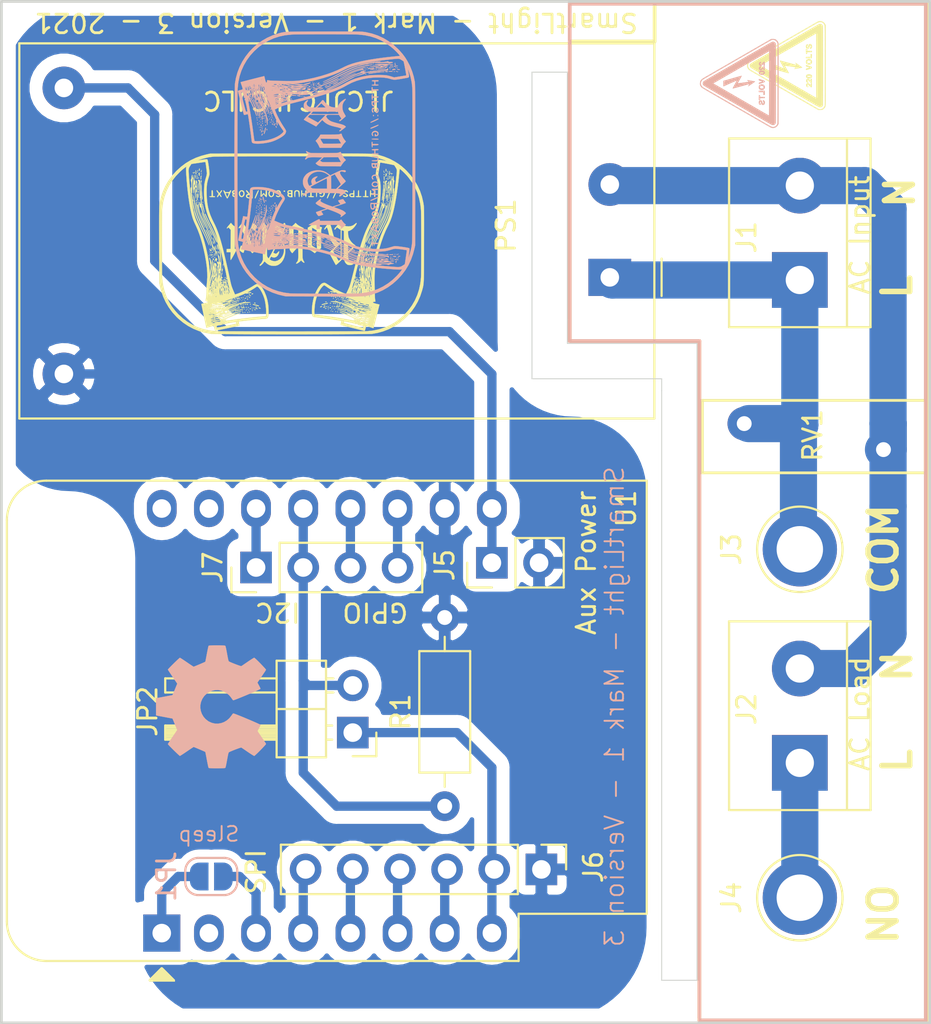
<source format=kicad_pcb>
(kicad_pcb (version 20171130) (host pcbnew "(5.1.9)-1")
  (layers (0 F.Cu signal) (31 B.Cu signal) (34 B.Paste user) (35 F.Paste user) (36 B.SilkS user) (37 F.SilkS user) (38 B.Mask user) (39 F.Mask user) (44 Edge.Cuts user))
  (net 0 "")
  (net 1 "Net-(J1-Pad1)")
  (net 2 "Net-(J1-Pad2)")
  (net 3 "Net-(J2-Pad1)")
  (net 4 D0)
  (net 5 D2)
  (net 6 GND)
  (net 7 +5V)
  (net 8 "Net-(U1-Pad2)")
  (net 9 "Net-(U1-Pad15)")
  (net 10 "Net-(U1-Pad16)")
  (net 11 +3V3)
  (net 12 "Net-(JP1-Pad2)")
  (net 13 D8)
  (net 14 D7)
  (net 15 D6)
  (net 16 D5)
  (net 17 D4)
  (net 18 D3)
  (net 19 D1)
  (module Connector_PinHeader_2.54mm:PinHeader_1x04_P2.54mm_Vertical (layer F.Cu) (at 131.191 98.806 90)
    (fp_text reference J7 (at 0 -2.33 90) (layer F.SilkS))
    (fp_text value "GPIO   I2C" (at -2.413 4.064 180 unlocked) (layer F.SilkS))
    (pad 4 thru_hole oval (at 0 7.62 90) (size 1.7 1.7) (drill 1) (layers *.Cu *.Mask) (net 17 D4))
    (pad 3 thru_hole oval (at 0 5.08 90) (size 1.7 1.7) (drill 1) (layers *.Cu *.Mask) (net 18 D3))
    (pad 2 thru_hole oval (at 0 2.54 90) (size 1.7 1.7) (drill 1) (layers *.Cu *.Mask) (net 5 D2))
    (pad 1 thru_hole rect (at 0 0 90) (size 1.7 1.7) (drill 1) (layers *.Cu *.Mask) (net 19 D1))
  )
  (module Logos:RobAxtLogo_14x10mm (layer B.Cu) (at 134.874 77.089 270)
    (fp_text reference G*** hide)
    (fp_text value LOGO hide)
  )
  (module Logos:RobAxtLogo_14x10mm (layer F.Cu) (at 133.096 81.407 180)
    (fp_text reference G*** hide)
    (fp_text value LOGO hide)
  )
  (module TerminalBlock:TerminalBlock_bornier-2_P5.08mm (layer F.Cu) (at 160.475 109.326 90)
    (fp_text reference J2 (at 2.9 -2.868 90) (layer F.SilkS))
    (fp_text value "AC Load" (at 2.646 3.228 90) (layer F.SilkS))
    (pad 2 thru_hole circle (at 5.08 0 90) (size 3 3) (drill 1.52) (layers *.Cu *.Mask) (net 2 "Net-(J1-Pad2)"))
    (pad 1 thru_hole rect (at 0 0 90) (size 3 3) (drill 1.52) (layers *.Cu *.Mask) (net 3 "Net-(J2-Pad1)"))
  )
  (module TerminalBlock:TerminalBlock_bornier-2_P5.08mm (layer F.Cu) (at 160.475 83.326 90)
    (fp_text reference J1 (at 2.3 -2.868 90) (layer F.SilkS))
    (fp_text value "AC Input" (at 2.427 3.228 90) (layer F.SilkS))
    (pad 2 thru_hole circle (at 5.08 0 90) (size 3 3) (drill 1.52) (layers *.Cu *.Mask) (net 2 "Net-(J1-Pad2)"))
    (pad 1 thru_hole rect (at 0 0 90) (size 3 3) (drill 1.52) (layers *.Cu *.Mask) (net 1 "Net-(J1-Pad1)"))
  )
  (module Symbol:OSHW-Symbol_6.7x6mm_SilkScreen (layer B.Cu) (at 128.778 106.299 270)
    (fp_text reference REF** hide)
    (fp_text value OSHW-Symbol_6.7x6mm_SilkScreen hide)
  )
  (module Logos:Warning220V_4.9mmx4.4mm (layer B.Cu) (at 157.226 72.771 270)
    (fp_text reference G*** hide)
    (fp_text value LOGO hide)
  )
  (module Logos:Warning220V_4.9mmx4.4mm (layer F.Cu) (at 159.766 71.755 90)
    (fp_text reference G*** hide)
    (fp_text value LOGO hide)
  )
  (module Connector_PinHeader_2.54mm:PinHeader_1x06_P2.54mm_Vertical (layer F.Cu) (at 146.558 115.062 270)
    (fp_text reference J6 (at -0.127 -2.794 270) (layer F.SilkS))
    (fp_text value SPI (at 0.127 15.367 270) (layer F.SilkS))
    (pad 1 thru_hole rect (at 0 0 270) (size 1.7 1.7) (drill 1) (layers *.Cu *.Mask) (net 6 GND))
    (pad 2 thru_hole oval (at 0 2.54 270) (size 1.7 1.7) (drill 1) (layers *.Cu *.Mask) (net 11 +3V3))
    (pad 3 thru_hole oval (at 0 5.08 270) (size 1.7 1.7) (drill 1) (layers *.Cu *.Mask) (net 13 D8))
    (pad 4 thru_hole oval (at 0 7.62 270) (size 1.7 1.7) (drill 1) (layers *.Cu *.Mask) (net 14 D7))
    (pad 5 thru_hole oval (at 0 10.16 270) (size 1.7 1.7) (drill 1) (layers *.Cu *.Mask) (net 15 D6))
    (pad 6 thru_hole oval (at 0 12.7 270) (size 1.7 1.7) (drill 1) (layers *.Cu *.Mask) (net 16 D5))
  )
  (module Module:WEMOS_D1_mini_light (layer F.Cu) (at 126.111 118.491 90)
    (fp_text reference U1 (at 22.86 25.019 90) (layer F.SilkS))
    (fp_text value WeMos_D1_mini)
    (pad 2 thru_hole oval (at 0 2.54 90) (size 2 1.6) (drill 1) (layers *.Cu *.Mask) (net 8 "Net-(U1-Pad2)"))
    (pad 1 thru_hole rect (at 0 0 90) (size 2 2) (drill 1) (layers *.Cu *.Mask) (net 12 "Net-(JP1-Pad2)"))
    (pad 3 thru_hole oval (at 0 5.08 90) (size 2 1.6) (drill 1) (layers *.Cu *.Mask) (net 4 D0))
    (pad 4 thru_hole oval (at 0 7.62 90) (size 2 1.6) (drill 1) (layers *.Cu *.Mask) (net 16 D5))
    (pad 5 thru_hole oval (at 0 10.16 90) (size 2 1.6) (drill 1) (layers *.Cu *.Mask) (net 15 D6))
    (pad 6 thru_hole oval (at 0 12.7 90) (size 2 1.6) (drill 1) (layers *.Cu *.Mask) (net 14 D7))
    (pad 7 thru_hole oval (at 0 15.24 90) (size 2 1.6) (drill 1) (layers *.Cu *.Mask) (net 13 D8))
    (pad 8 thru_hole oval (at 0 17.78 90) (size 2 1.6) (drill 1) (layers *.Cu *.Mask) (net 11 +3V3))
    (pad 9 thru_hole oval (at 22.86 17.78 90) (size 2 1.6) (drill 1) (layers *.Cu *.Mask) (net 7 +5V))
    (pad 10 thru_hole oval (at 22.86 15.24 90) (size 2 1.6) (drill 1) (layers *.Cu *.Mask) (net 6 GND))
    (pad 11 thru_hole oval (at 22.86 12.7 90) (size 2 1.6) (drill 1) (layers *.Cu *.Mask) (net 17 D4))
    (pad 12 thru_hole oval (at 22.86 10.16 90) (size 2 1.6) (drill 1) (layers *.Cu *.Mask) (net 18 D3))
    (pad 13 thru_hole oval (at 22.86 7.62 90) (size 2 1.6) (drill 1) (layers *.Cu *.Mask) (net 5 D2))
    (pad 14 thru_hole oval (at 22.86 5.08 90) (size 2 1.6) (drill 1) (layers *.Cu *.Mask) (net 19 D1))
    (pad 15 thru_hole oval (at 22.86 2.54 90) (size 2 1.6) (drill 1) (layers *.Cu *.Mask) (net 9 "Net-(U1-Pad15)"))
    (pad 16 thru_hole oval (at 22.86 0 90) (size 2 1.6) (drill 1) (layers *.Cu *.Mask) (net 10 "Net-(U1-Pad16)"))
  )
  (module Jumper:SolderJumper-2_P1.3mm_Open_RoundedPad1.0x1.5mm (layer B.Cu) (at 128.778 115.443 180)
    (fp_text reference JP1 (at 2.413 0 90) (layer B.SilkS) (effects (justify mirror)))
    (fp_text value Sleep (at 0.127 2.286) (layer B.SilkS) (effects (font (size 0.8 0.8) (thickness 0.1)) (justify mirror)))
    (pad 1 smd custom (at -0.65 0 180) (size 1 0.5) (layers B.Cu B.Mask) (net 4 D0) (options (clearance outline) (anchor rect)) (primitives (gr_circle (center 0 -0.25) (end 0.5 -0.25) (width 0)) (gr_circle (center 0 0.25) (end 0.5 0.25) (width 0)) (gr_poly (pts (xy 0 0.75) (xy 0.5 0.75) (xy 0.5 -0.75) (xy 0 -0.75)) (width 0))))
    (pad 2 smd custom (at 0.65 0 180) (size 1 0.5) (layers B.Cu B.Mask) (net 12 "Net-(JP1-Pad2)") (options (clearance outline) (anchor rect)) (primitives (gr_circle (center 0 -0.25) (end 0.5 -0.25) (width 0)) (gr_circle (center 0 0.25) (end 0.5 0.25) (width 0)) (gr_poly (pts (xy 0 0.75) (xy -0.5 0.75) (xy -0.5 -0.75) (xy 0 -0.75)) (width 0))))
  )
  (module Converter_ACDC:Converter_ACDC_HiLink_HLK-PMxx (layer F.Cu) (at 150.241 83.185 180)
    (fp_text reference PS1 (at 5.588 2.794 90) (layer F.SilkS))
    (fp_text value HLK-PM01)
    (pad 3 thru_hole circle (at 29.4 -5.2 180) (size 2.3 2.3) (drill 1) (layers *.Cu *.Mask) (net 6 GND))
    (pad 1 thru_hole rect (at 0 0 180) (size 2.3 2) (drill 1) (layers *.Cu *.Mask) (net 1 "Net-(J1-Pad1)"))
    (pad 2 thru_hole circle (at 0 5 180) (size 2.3 2.3) (drill 1) (layers *.Cu *.Mask) (net 2 "Net-(J1-Pad2)"))
    (pad 4 thru_hole circle (at 29.4 10.2 180) (size 2.3 2.3) (drill 1) (layers *.Cu *.Mask) (net 7 +5V))
  )
  (module Resistor_THT:R_Axial_DIN0207_L6.3mm_D2.5mm_P10.16mm_Horizontal (layer F.Cu) (at 141.351 111.6584 90)
    (fp_text reference R1 (at 5.08 -2.37 90) (layer F.SilkS))
    (fp_text value R)
    (pad 1 thru_hole circle (at 0 0 90) (size 1.6 1.6) (drill 0.8) (layers *.Cu *.Mask) (net 5 D2))
    (pad 2 thru_hole oval (at 10.16 0 90) (size 1.6 1.6) (drill 0.8) (layers *.Cu *.Mask) (net 6 GND))
  )
  (module TestPoint:TestPoint_Loop_D3.80mm_Drill2.5mm (layer F.Cu) (at 160.475 97.826)
    (fp_text reference J3 (at -3.683 0 90) (layer F.SilkS))
    (fp_text value "Relay COM")
    (pad 1 thru_hole circle (at 0 0) (size 4 4) (drill 2.5) (layers *.Cu *.Mask) (net 1 "Net-(J1-Pad1)"))
  )
  (module TestPoint:TestPoint_Loop_D3.80mm_Drill2.5mm (layer F.Cu) (at 160.475 116.586)
    (fp_text reference J4 (at -3.683 0 90) (layer F.SilkS))
    (fp_text value "Relay NO")
    (pad 1 thru_hole circle (at 0 0) (size 4 4) (drill 2.5) (layers *.Cu *.Mask) (net 3 "Net-(J2-Pad1)"))
  )
  (module Varistor:RV_Disc_D12mm_W3.9mm_P7.5mm (layer F.Cu) (at 157.48 91.059)
    (fp_text reference RV1 (at 3.683 0.635 90) (layer F.SilkS))
    (fp_text value Varistor)
    (pad 1 thru_hole circle (at 0 0) (size 1.8 1.8) (drill 0.8) (layers *.Cu *.Mask) (net 1 "Net-(J1-Pad1)"))
    (pad 2 thru_hole circle (at 7.5 1.4) (size 1.8 1.8) (drill 0.8) (layers *.Cu *.Mask) (net 2 "Net-(J1-Pad2)"))
  )
  (module Connector_PinHeader_2.54mm:PinHeader_1x02_P2.54mm_Horizontal (layer F.Cu) (at 136.398 107.696 180)
    (fp_text reference JP2 (at 11.049 1.143 90) (layer F.SilkS))
    (fp_text value Jumper_NO_Small)
    (pad 1 thru_hole rect (at 0 0 180) (size 1.7 1.7) (drill 1) (layers *.Cu *.Mask) (net 11 +3V3))
    (pad 2 thru_hole oval (at 0 2.54 180) (size 1.7 1.7) (drill 1) (layers *.Cu *.Mask) (net 5 D2))
  )
  (module Connector_PinHeader_2.54mm:PinHeader_1x02_P2.54mm_Vertical (layer F.Cu) (at 143.891 98.552 90)
    (fp_text reference J5 (at -0.127 -2.54 270) (layer F.SilkS))
    (fp_text value "Aux Power" (at 0 5.08 270) (layer F.SilkS))
    (pad 1 thru_hole rect (at 0 0 90) (size 1.7 1.7) (drill 1) (layers *.Cu *.Mask) (net 7 +5V))
    (pad 2 thru_hole oval (at 0 2.54 90) (size 1.7 1.7) (drill 1) (layers *.Cu *.Mask) (net 6 GND))
  )
  (gr_line (start 167.259 68.453) (end 167.259 123.19) (layer B.SilkS) (width 0.2))
  (gr_line (start 148.082 68.453) (end 167.259 68.453) (layer B.SilkS) (width 0.2))
  (gr_line (start 148.082 86.614) (end 148.082 68.453) (layer B.SilkS) (width 0.2))
  (gr_line (start 155.067 86.614) (end 148.082 86.614) (layer B.SilkS) (width 0.2))
  (gr_line (start 155.067 123.063) (end 155.067 86.614) (layer B.SilkS) (width 0.2))
  (gr_line (start 155.067 123.19) (end 167.259 123.19) (layer B.SilkS) (width 0.2))
  (gr_line (start 152.654 70.485) (end 152.654 68.453) (layer F.SilkS) (width 0.2))
  (gr_line (start 148.082 70.485) (end 152.654 70.485) (layer F.SilkS) (width 0.2))
  (gr_line (start 148.082 86.614) (end 148.082 70.485) (layer F.SilkS) (width 0.2))
  (gr_line (start 155.067 86.614) (end 148.082 86.614) (layer F.SilkS) (width 0.2))
  (gr_line (start 167.386 68.453) (end 167.386 123.19) (layer F.SilkS) (width 0.2))
  (gr_line (start 152.654 68.453) (end 167.386 68.453) (layer F.SilkS) (width 0.2))
  (gr_line (start 155.067 123.19) (end 155.067 86.614) (layer F.SilkS) (width 0.2))
  (gr_line (start 167.386 123.19) (end 155.067 123.19) (layer F.SilkS) (width 0.2))
  (gr_text "SmartLight - Mark 1 - Version 3" (at 150.495 106.299 90) (layer B.SilkS) (effects (font (size 1 1) (thickness 0.1)) (justify mirror)))
  (gr_text COM (at 164.975 97.826 90) (layer F.SilkS) (effects (font (size 1.5 1.5) (thickness 0.3))))
  (gr_text "NO\n" (at 164.975 117.475 90) (layer F.SilkS) (effects (font (size 1.5 1.5) (thickness 0.3))))
  (gr_text JLCJLCJLCJLC (at 133.477 73.66 180) (layer F.SilkS) (effects (font (size 1 1))))
  (gr_text N (at 165.713 104.14 90) (layer F.SilkS) (effects (font (size 1.5 1.5) (thickness 0.3))))
  (gr_text L (at 165.713 109.22 90) (layer F.SilkS) (effects (font (size 1.5 1.5) (thickness 0.3))))
  (gr_text N (at 165.713 78.613 270) (layer F.SilkS) (effects (font (size 1.5 1.5) (thickness 0.3))))
  (gr_text L (at 165.713 83.693 90) (layer F.SilkS) (effects (font (size 1.5 1.5) (thickness 0.3))))
  (gr_text "SmartLight - Mark 1 - Version 3 - 2021" (at 135.509 69.469 180) (layer F.SilkS) (effects (font (size 1 1))))
  (gr_line (start 146.05 72.136) (end 147.955 72.136) (layer Edge.Cuts) (width 0.05))
  (gr_line (start 146.05 88.646) (end 146.05 72.136) (layer Edge.Cuts) (width 0.05))
  (gr_line (start 153.035 88.646) (end 146.05 88.646) (layer Edge.Cuts) (width 0.05))
  (gr_line (start 153.035 89.281) (end 153.035 88.646) (layer Edge.Cuts) (width 0.05))
  (gr_line (start 153.035 121.031) (end 153.035 89.281) (layer Edge.Cuts) (width 0.05))
  (gr_line (start 154.94 121.031) (end 153.035 121.031) (layer Edge.Cuts) (width 0.05))
  (gr_line (start 154.94 86.741) (end 154.94 121.031) (layer Edge.Cuts) (width 0.05))
  (gr_line (start 147.955 86.741) (end 154.94 86.741) (layer Edge.Cuts) (width 0.05))
  (gr_line (start 147.955 85.471) (end 147.955 86.741) (layer Edge.Cuts) (width 0.05))
  (gr_line (start 147.955 72.136) (end 147.955 85.471) (layer Edge.Cuts) (width 0.05))
  (gr_line (start 117.475 68.326) (end 167.475 68.326) (layer Edge.Cuts) (width 0.15))
  (gr_line (start 117.475 123.326) (end 117.475 68.326) (layer Edge.Cuts) (width 0.15))
  (gr_line (start 167.475 123.326) (end 117.475 123.326) (layer Edge.Cuts) (width 0.15))
  (gr_line (start 167.475 68.326) (end 167.475 123.326) (layer Edge.Cuts) (width 0.15))
  (segment (start 150.382 83.326) (end 150.241 83.185) (width 2) (layer B.Cu) (net 1))
  (segment (start 160.475 83.326) (end 150.382 83.326) (width 2) (layer B.Cu) (net 1))
  (segment (start 160.401 91.207) (end 160.475 91.133) (width 2) (layer B.Cu) (net 1))
  (segment (start 160.401 97.028) (end 160.401 91.207) (width 2) (layer B.Cu) (net 1))
  (segment (start 160.475 83.326) (end 160.475 91.133) (width 2) (layer B.Cu) (net 1))
  (segment (start 160.401 91.059) (end 160.475 91.133) (width 2) (layer B.Cu) (net 1))
  (segment (start 157.734 91.059) (end 160.401 91.059) (width 2) (layer B.Cu) (net 1))
  (segment (start 150.302 78.246) (end 150.241 78.185) (width 2) (layer B.Cu) (net 2))
  (segment (start 160.475 78.246) (end 150.302 78.246) (width 2) (layer B.Cu) (net 2))
  (segment (start 160.475 78.246) (end 163.971 78.246) (width 2) (layer B.Cu) (net 2))
  (segment (start 163.971 78.246) (end 165.227 79.502) (width 2) (layer B.Cu) (net 2))
  (segment (start 163.343 104.246) (end 160.475 104.246) (width 2) (layer B.Cu) (net 2))
  (segment (start 165.227 102.362) (end 163.343 104.246) (width 2) (layer B.Cu) (net 2))
  (segment (start 165.227 95.504) (end 165.227 102.362) (width 2) (layer B.Cu) (net 2))
  (segment (start 165.234 91.066) (end 165.227 91.059) (width 2) (layer B.Cu) (net 2))
  (segment (start 165.234 92.459) (end 165.234 91.066) (width 2) (layer B.Cu) (net 2))
  (segment (start 165.227 91.059) (end 165.227 95.504) (width 2) (layer B.Cu) (net 2))
  (segment (start 165.227 79.502) (end 165.227 91.059) (width 2) (layer B.Cu) (net 2))
  (segment (start 164.98 92.459) (end 165.234 92.459) (width 2) (layer B.Cu) (net 2))
  (segment (start 160.475 109.326) (end 160.475 116.586) (width 2) (layer B.Cu) (net 3))
  (segment (start 129.428 115.443) (end 130.302 115.443) (width 0.5) (layer B.Cu) (net 4))
  (segment (start 131.191 116.332) (end 131.191 118.491) (width 0.5) (layer B.Cu) (net 4))
  (segment (start 130.302 115.443) (end 131.191 116.332) (width 0.5) (layer B.Cu) (net 4))
  (segment (start 133.731 95.631) (end 133.731 103.505) (width 0.5) (layer B.Cu) (net 5))
  (segment (start 135.5344 111.6584) (end 141.1478 111.6584) (width 0.5) (layer B.Cu) (net 5))
  (segment (start 133.731 109.855) (end 135.5344 111.6584) (width 0.5) (layer B.Cu) (net 5))
  (segment (start 136.398 105.156) (end 133.985 105.156) (width 0.5) (layer B.Cu) (net 5))
  (segment (start 133.731 104.902) (end 133.731 109.855) (width 0.5) (layer B.Cu) (net 5))
  (segment (start 133.985 105.156) (end 133.731 104.902) (width 0.5) (layer B.Cu) (net 5))
  (segment (start 133.731 103.505) (end 133.731 104.902) (width 0.5) (layer B.Cu) (net 5))
  (segment (start 120.841 88.385) (end 138.296 88.385) (width 0.5) (layer B.Cu) (net 6))
  (segment (start 141.351 91.44) (end 141.351 95.631) (width 0.5) (layer B.Cu) (net 6))
  (segment (start 138.296 88.385) (end 141.351 91.44) (width 0.5) (layer B.Cu) (net 6))
  (segment (start 125.73 74.422) (end 124.293 72.985) (width 0.5) (layer B.Cu) (net 7))
  (segment (start 125.73 82.296) (end 125.73 74.422) (width 0.5) (layer B.Cu) (net 7))
  (segment (start 141.605 86.106) (end 129.54 86.106) (width 0.5) (layer B.Cu) (net 7))
  (segment (start 124.293 72.985) (end 120.841 72.985) (width 0.5) (layer B.Cu) (net 7))
  (segment (start 143.891 88.392) (end 141.605 86.106) (width 0.5) (layer B.Cu) (net 7))
  (segment (start 129.54 86.106) (end 125.73 82.296) (width 0.5) (layer B.Cu) (net 7))
  (segment (start 143.891 95.631) (end 143.891 88.392) (width 0.5) (layer B.Cu) (net 7))
  (segment (start 143.891 95.631) (end 143.891 98.552) (width 0.5) (layer B.Cu) (net 7))
  (segment (start 136.398 107.696) (end 142.0114 107.696) (width 0.5) (layer B.Cu) (net 11))
  (segment (start 143.891 109.5756) (end 143.891 118.491) (width 0.5) (layer B.Cu) (net 11))
  (segment (start 142.0114 107.696) (end 143.891 109.5756) (width 0.5) (layer B.Cu) (net 11))
  (segment (start 133.731 115.697) (end 133.731 118.491) (width 0.5) (layer B.Cu) (net 16))
  (segment (start 136.271 115.697) (end 136.271 118.491) (width 0.5) (layer B.Cu) (net 15))
  (segment (start 138.811 115.697) (end 138.811 118.491) (width 0.5) (layer B.Cu) (net 14))
  (segment (start 141.351 115.697) (end 141.351 118.491) (width 0.5) (layer B.Cu) (net 13))
  (segment (start 127 115.443) (end 128.128 115.443) (width 0.5) (layer B.Cu) (net 12))
  (segment (start 126.111 116.332) (end 127 115.443) (width 0.5) (layer B.Cu) (net 12))
  (segment (start 126.111 118.491) (end 126.111 116.332) (width 0.5) (layer B.Cu) (net 12))
  (segment (start 138.811 95.631) (end 138.811 98.806) (width 0.5) (layer B.Cu) (net 17))
  (segment (start 136.271 95.631) (end 136.271 98.806) (width 0.5) (layer B.Cu) (net 18))
  (segment (start 131.191 95.631) (end 131.191 98.806) (width 0.5) (layer B.Cu) (net 19))
  (zone (net 6) (net_name GND) (layer B.Cu) (connect_pads (clearance 0.7)) (min_thickness 0.254) (fill yes (arc_segments 32) (thermal_gap 0.508) (thermal_bridge_width 0.635) (smoothing fillet) (radius 5))
    (polygon (pts (xy 144.2085 90.668078) (xy 152.2095 90.687922) (xy 152.2222 123.19) (xy 124.68225 123.19) (xy 124.685425 94.6912) (xy 117.478175 94.6912) (xy 117.475 68.326) (xy 144.145 68.337906)))
  )
)
</source>
